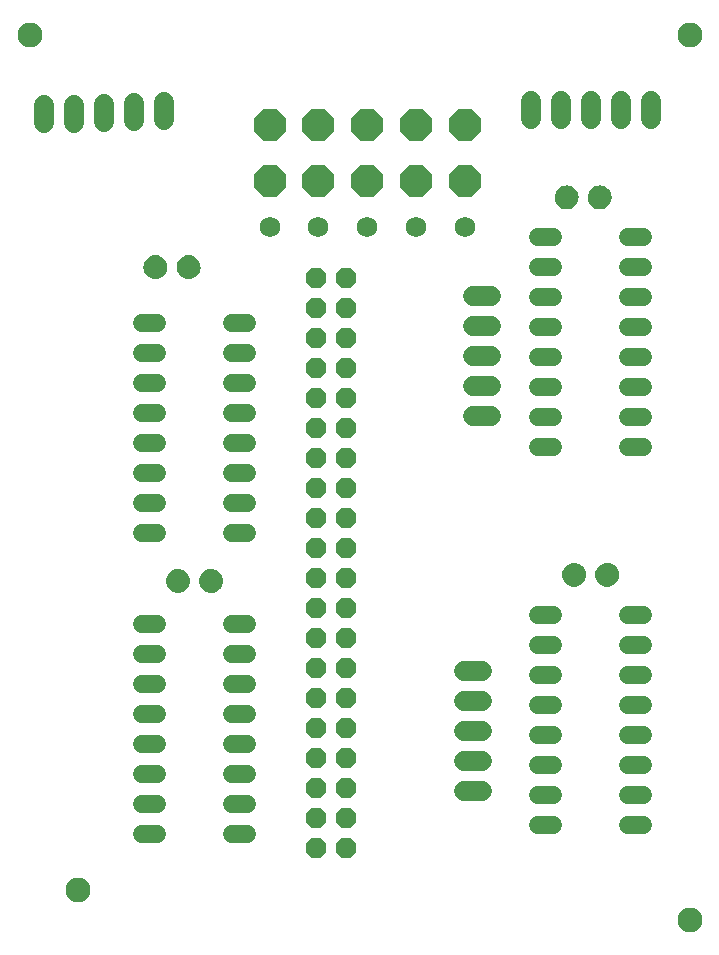
<source format=gbr>
G04 EAGLE Gerber RS-274X export*
G75*
%MOMM*%
%FSLAX34Y34*%
%LPD*%
%INSoldermask Bottom*%
%IPPOS*%
%AMOC8*
5,1,8,0,0,1.08239X$1,22.5*%
G01*
%ADD10C,2.108200*%
%ADD11C,1.727200*%
%ADD12C,1.727200*%
%ADD13P,1.869504X8X292.500000*%
%ADD14C,1.524000*%
%ADD15P,2.969212X8X22.500000*%
%ADD16P,2.969212X8X112.500000*%

G36*
X547911Y652476D02*
X547911Y652476D01*
X547954Y652488D01*
X548020Y652496D01*
X549637Y652950D01*
X549678Y652970D01*
X549706Y652979D01*
X549716Y652980D01*
X549720Y652983D01*
X549741Y652989D01*
X551255Y653718D01*
X551291Y653744D01*
X551350Y653774D01*
X552715Y654754D01*
X552746Y654786D01*
X552799Y654826D01*
X553973Y656029D01*
X553998Y656066D01*
X554043Y656114D01*
X554990Y657502D01*
X555008Y657543D01*
X555044Y657598D01*
X555736Y659130D01*
X555747Y659173D01*
X555773Y659234D01*
X556188Y660862D01*
X556191Y660907D01*
X556206Y660971D01*
X556332Y662647D01*
X556328Y662694D01*
X556330Y662765D01*
X556125Y664601D01*
X556111Y664647D01*
X556099Y664723D01*
X555539Y666483D01*
X555516Y666526D01*
X555490Y666598D01*
X554597Y668215D01*
X554567Y668252D01*
X554527Y668317D01*
X553336Y669730D01*
X553299Y669760D01*
X553247Y669816D01*
X551803Y670969D01*
X551761Y670992D01*
X551699Y671037D01*
X550058Y671886D01*
X550012Y671900D01*
X549943Y671932D01*
X548168Y672445D01*
X548120Y672449D01*
X548045Y672467D01*
X546205Y672624D01*
X546161Y672620D01*
X546096Y672623D01*
X544265Y672464D01*
X544219Y672451D01*
X544143Y672441D01*
X542379Y671927D01*
X542335Y671905D01*
X542263Y671880D01*
X540633Y671032D01*
X540595Y671003D01*
X540529Y670964D01*
X539096Y669814D01*
X539064Y669777D01*
X539007Y669727D01*
X537826Y668319D01*
X537802Y668277D01*
X537756Y668216D01*
X537546Y667835D01*
X536872Y666605D01*
X536857Y666560D01*
X536823Y666491D01*
X536271Y664738D01*
X536265Y664690D01*
X536245Y664616D01*
X536046Y662790D01*
X536049Y662744D01*
X536043Y662675D01*
X536166Y660998D01*
X536177Y660955D01*
X536183Y660889D01*
X536595Y659260D01*
X536613Y659219D01*
X536631Y659155D01*
X537319Y657622D01*
X537344Y657585D01*
X537373Y657526D01*
X538317Y656135D01*
X538348Y656103D01*
X538386Y656050D01*
X539557Y654844D01*
X539594Y654818D01*
X539641Y654772D01*
X541003Y653788D01*
X541044Y653769D01*
X541098Y653731D01*
X542611Y652999D01*
X542654Y652987D01*
X542665Y652982D01*
X542692Y652968D01*
X542697Y652968D01*
X542714Y652960D01*
X544331Y652501D01*
X544376Y652497D01*
X544440Y652480D01*
X546112Y652310D01*
X546160Y652313D01*
X546239Y652310D01*
X547911Y652476D01*
G37*
G36*
X519920Y652476D02*
X519920Y652476D01*
X519963Y652488D01*
X520029Y652496D01*
X521646Y652950D01*
X521687Y652970D01*
X521715Y652979D01*
X521725Y652980D01*
X521729Y652983D01*
X521750Y652989D01*
X523264Y653718D01*
X523300Y653744D01*
X523359Y653774D01*
X524724Y654754D01*
X524755Y654786D01*
X524808Y654826D01*
X525982Y656029D01*
X526007Y656066D01*
X526052Y656114D01*
X526999Y657502D01*
X527017Y657543D01*
X527053Y657598D01*
X527745Y659130D01*
X527756Y659173D01*
X527782Y659234D01*
X528197Y660862D01*
X528200Y660907D01*
X528215Y660971D01*
X528341Y662647D01*
X528337Y662694D01*
X528339Y662765D01*
X528134Y664601D01*
X528120Y664647D01*
X528108Y664723D01*
X527548Y666483D01*
X527525Y666526D01*
X527499Y666598D01*
X526606Y668215D01*
X526576Y668252D01*
X526536Y668317D01*
X525345Y669730D01*
X525308Y669760D01*
X525256Y669816D01*
X523812Y670969D01*
X523770Y670992D01*
X523708Y671037D01*
X522067Y671886D01*
X522021Y671900D01*
X521952Y671932D01*
X520177Y672445D01*
X520129Y672449D01*
X520054Y672467D01*
X518214Y672624D01*
X518170Y672620D01*
X518105Y672623D01*
X516274Y672464D01*
X516228Y672451D01*
X516152Y672441D01*
X514388Y671927D01*
X514344Y671905D01*
X514272Y671880D01*
X512642Y671032D01*
X512604Y671003D01*
X512538Y670964D01*
X511105Y669814D01*
X511073Y669777D01*
X511016Y669727D01*
X509835Y668319D01*
X509811Y668277D01*
X509765Y668216D01*
X509555Y667835D01*
X508881Y666605D01*
X508866Y666560D01*
X508832Y666491D01*
X508280Y664738D01*
X508274Y664690D01*
X508254Y664616D01*
X508055Y662790D01*
X508058Y662744D01*
X508052Y662675D01*
X508175Y660998D01*
X508186Y660955D01*
X508192Y660889D01*
X508604Y659260D01*
X508622Y659219D01*
X508640Y659155D01*
X509328Y657622D01*
X509353Y657585D01*
X509382Y657526D01*
X510326Y656135D01*
X510357Y656103D01*
X510395Y656050D01*
X511566Y654844D01*
X511603Y654818D01*
X511650Y654772D01*
X513012Y653788D01*
X513053Y653769D01*
X513107Y653731D01*
X514620Y652999D01*
X514663Y652987D01*
X514674Y652982D01*
X514701Y652968D01*
X514706Y652968D01*
X514723Y652960D01*
X516340Y652501D01*
X516385Y652497D01*
X516449Y652480D01*
X518121Y652310D01*
X518169Y652313D01*
X518248Y652310D01*
X519920Y652476D01*
G37*
G36*
X526270Y332859D02*
X526270Y332859D01*
X526313Y332871D01*
X526379Y332880D01*
X527996Y333334D01*
X528037Y333353D01*
X528065Y333362D01*
X528075Y333364D01*
X528079Y333366D01*
X528100Y333373D01*
X529614Y334101D01*
X529650Y334127D01*
X529709Y334157D01*
X531074Y335138D01*
X531105Y335170D01*
X531158Y335210D01*
X532332Y336412D01*
X532357Y336449D01*
X532402Y336497D01*
X533349Y337885D01*
X533367Y337926D01*
X533403Y337982D01*
X534095Y339513D01*
X534106Y339556D01*
X534132Y339617D01*
X534547Y341246D01*
X534550Y341290D01*
X534565Y341355D01*
X534691Y343030D01*
X534687Y343077D01*
X534689Y343149D01*
X534484Y344985D01*
X534470Y345031D01*
X534458Y345106D01*
X533898Y346867D01*
X533875Y346909D01*
X533849Y346981D01*
X532956Y348598D01*
X532926Y348636D01*
X532886Y348701D01*
X531695Y350113D01*
X531658Y350144D01*
X531606Y350200D01*
X530162Y351353D01*
X530120Y351376D01*
X530058Y351420D01*
X528417Y352269D01*
X528371Y352284D01*
X528302Y352315D01*
X526527Y352828D01*
X526479Y352833D01*
X526404Y352851D01*
X524564Y353007D01*
X524520Y353003D01*
X524455Y353007D01*
X522624Y352847D01*
X522578Y352834D01*
X522502Y352824D01*
X520738Y352310D01*
X520694Y352289D01*
X520622Y352264D01*
X518992Y351415D01*
X518954Y351386D01*
X518888Y351347D01*
X517455Y350197D01*
X517423Y350161D01*
X517366Y350110D01*
X516185Y348702D01*
X516161Y348661D01*
X516115Y348600D01*
X515905Y348218D01*
X515231Y346988D01*
X515216Y346943D01*
X515182Y346874D01*
X514630Y345121D01*
X514624Y345074D01*
X514604Y345000D01*
X514405Y343173D01*
X514408Y343127D01*
X514402Y343058D01*
X514525Y341382D01*
X514536Y341339D01*
X514542Y341273D01*
X514954Y339643D01*
X514972Y339603D01*
X514990Y339539D01*
X515678Y338006D01*
X515703Y337969D01*
X515732Y337909D01*
X516676Y336519D01*
X516707Y336487D01*
X516745Y336433D01*
X517916Y335227D01*
X517953Y335201D01*
X518000Y335155D01*
X519362Y334171D01*
X519403Y334152D01*
X519457Y334115D01*
X520970Y333382D01*
X521013Y333370D01*
X521024Y333365D01*
X521051Y333352D01*
X521056Y333351D01*
X521073Y333343D01*
X522690Y332885D01*
X522735Y332880D01*
X522799Y332864D01*
X524471Y332693D01*
X524519Y332697D01*
X524598Y332693D01*
X526270Y332859D01*
G37*
G36*
X554261Y332859D02*
X554261Y332859D01*
X554304Y332871D01*
X554370Y332880D01*
X555987Y333334D01*
X556028Y333353D01*
X556056Y333362D01*
X556066Y333364D01*
X556070Y333366D01*
X556091Y333373D01*
X557605Y334101D01*
X557641Y334127D01*
X557700Y334157D01*
X559065Y335138D01*
X559096Y335170D01*
X559149Y335210D01*
X560323Y336412D01*
X560348Y336449D01*
X560393Y336497D01*
X561340Y337885D01*
X561358Y337926D01*
X561394Y337982D01*
X562086Y339513D01*
X562097Y339556D01*
X562123Y339617D01*
X562538Y341246D01*
X562541Y341290D01*
X562556Y341355D01*
X562682Y343030D01*
X562678Y343077D01*
X562680Y343149D01*
X562475Y344985D01*
X562461Y345031D01*
X562449Y345106D01*
X561889Y346867D01*
X561866Y346909D01*
X561840Y346981D01*
X560947Y348598D01*
X560917Y348636D01*
X560877Y348701D01*
X559686Y350113D01*
X559649Y350144D01*
X559597Y350200D01*
X558153Y351353D01*
X558111Y351376D01*
X558049Y351420D01*
X556408Y352269D01*
X556362Y352284D01*
X556293Y352315D01*
X554518Y352828D01*
X554470Y352833D01*
X554395Y352851D01*
X552555Y353007D01*
X552511Y353003D01*
X552446Y353007D01*
X550615Y352847D01*
X550569Y352834D01*
X550493Y352824D01*
X548729Y352310D01*
X548685Y352289D01*
X548613Y352264D01*
X546983Y351415D01*
X546945Y351386D01*
X546879Y351347D01*
X545446Y350197D01*
X545414Y350161D01*
X545357Y350110D01*
X544176Y348702D01*
X544152Y348661D01*
X544106Y348600D01*
X543896Y348218D01*
X543222Y346988D01*
X543207Y346943D01*
X543173Y346874D01*
X542621Y345121D01*
X542615Y345074D01*
X542595Y345000D01*
X542396Y343173D01*
X542399Y343127D01*
X542393Y343058D01*
X542516Y341382D01*
X542527Y341339D01*
X542533Y341273D01*
X542945Y339643D01*
X542963Y339603D01*
X542981Y339539D01*
X543669Y338006D01*
X543694Y337969D01*
X543723Y337909D01*
X544667Y336519D01*
X544698Y336487D01*
X544736Y336433D01*
X545907Y335227D01*
X545944Y335201D01*
X545991Y335155D01*
X547353Y334171D01*
X547394Y334152D01*
X547448Y334115D01*
X548961Y333382D01*
X549004Y333370D01*
X549015Y333365D01*
X549042Y333352D01*
X549047Y333351D01*
X549064Y333343D01*
X550681Y332885D01*
X550726Y332880D01*
X550790Y332864D01*
X552462Y332693D01*
X552510Y332697D01*
X552589Y332693D01*
X554261Y332859D01*
G37*
G36*
X170119Y593147D02*
X170119Y593147D01*
X170184Y593143D01*
X172015Y593303D01*
X172061Y593316D01*
X172137Y593326D01*
X173901Y593840D01*
X173945Y593861D01*
X174017Y593886D01*
X175647Y594735D01*
X175685Y594764D01*
X175751Y594803D01*
X177184Y595953D01*
X177216Y595989D01*
X177273Y596040D01*
X178454Y597448D01*
X178478Y597489D01*
X178524Y597550D01*
X179069Y598543D01*
X179408Y599162D01*
X179423Y599207D01*
X179457Y599276D01*
X180009Y601029D01*
X180015Y601076D01*
X180035Y601150D01*
X180235Y602977D01*
X180231Y603023D01*
X180237Y603092D01*
X180114Y604768D01*
X180103Y604811D01*
X180097Y604877D01*
X179686Y606507D01*
X179667Y606547D01*
X179649Y606611D01*
X178961Y608144D01*
X178936Y608181D01*
X178907Y608241D01*
X177963Y609631D01*
X177932Y609663D01*
X177894Y609717D01*
X176723Y610923D01*
X176687Y610949D01*
X176639Y610995D01*
X175277Y611979D01*
X175236Y611998D01*
X175182Y612035D01*
X173669Y612768D01*
X173626Y612780D01*
X173566Y612807D01*
X171949Y613265D01*
X171904Y613270D01*
X171840Y613286D01*
X170168Y613457D01*
X170120Y613453D01*
X170041Y613457D01*
X168369Y613291D01*
X168326Y613279D01*
X168261Y613270D01*
X166643Y612816D01*
X166602Y612797D01*
X166539Y612777D01*
X165025Y612049D01*
X164989Y612023D01*
X164930Y611993D01*
X163565Y611012D01*
X163534Y610980D01*
X163481Y610940D01*
X162307Y609738D01*
X162282Y609701D01*
X162237Y609653D01*
X161290Y608265D01*
X161272Y608224D01*
X161236Y608168D01*
X160544Y606637D01*
X160533Y606594D01*
X160507Y606533D01*
X160092Y604904D01*
X160089Y604860D01*
X160074Y604795D01*
X159948Y603120D01*
X159952Y603073D01*
X159950Y603001D01*
X160155Y601166D01*
X160169Y601119D01*
X160181Y601044D01*
X160741Y599283D01*
X160764Y599241D01*
X160790Y599169D01*
X161683Y597552D01*
X161713Y597514D01*
X161753Y597449D01*
X162944Y596037D01*
X162981Y596006D01*
X163033Y595950D01*
X164477Y594797D01*
X164519Y594775D01*
X164581Y594730D01*
X166222Y593881D01*
X166268Y593867D01*
X166337Y593835D01*
X168112Y593322D01*
X168160Y593317D01*
X168235Y593300D01*
X170075Y593143D01*
X170119Y593147D01*
G37*
G36*
X198110Y593147D02*
X198110Y593147D01*
X198175Y593143D01*
X200006Y593303D01*
X200052Y593316D01*
X200128Y593326D01*
X201892Y593840D01*
X201936Y593861D01*
X202008Y593886D01*
X203638Y594735D01*
X203676Y594764D01*
X203742Y594803D01*
X205175Y595953D01*
X205207Y595989D01*
X205264Y596040D01*
X206445Y597448D01*
X206469Y597489D01*
X206515Y597550D01*
X207060Y598543D01*
X207399Y599162D01*
X207414Y599207D01*
X207448Y599276D01*
X208000Y601029D01*
X208006Y601076D01*
X208026Y601150D01*
X208226Y602977D01*
X208222Y603023D01*
X208228Y603092D01*
X208105Y604768D01*
X208094Y604811D01*
X208088Y604877D01*
X207677Y606507D01*
X207658Y606547D01*
X207640Y606611D01*
X206952Y608144D01*
X206927Y608181D01*
X206898Y608241D01*
X205954Y609631D01*
X205923Y609663D01*
X205885Y609717D01*
X204714Y610923D01*
X204678Y610949D01*
X204630Y610995D01*
X203268Y611979D01*
X203227Y611998D01*
X203173Y612035D01*
X201660Y612768D01*
X201617Y612780D01*
X201557Y612807D01*
X199940Y613265D01*
X199895Y613270D01*
X199831Y613286D01*
X198159Y613457D01*
X198111Y613453D01*
X198032Y613457D01*
X196360Y613291D01*
X196317Y613279D01*
X196252Y613270D01*
X194634Y612816D01*
X194593Y612797D01*
X194530Y612777D01*
X193016Y612049D01*
X192980Y612023D01*
X192921Y611993D01*
X191556Y611012D01*
X191525Y610980D01*
X191472Y610940D01*
X190298Y609738D01*
X190273Y609701D01*
X190228Y609653D01*
X189281Y608265D01*
X189263Y608224D01*
X189227Y608168D01*
X188535Y606637D01*
X188524Y606594D01*
X188498Y606533D01*
X188083Y604904D01*
X188080Y604860D01*
X188065Y604795D01*
X187939Y603120D01*
X187943Y603073D01*
X187941Y603001D01*
X188146Y601166D01*
X188160Y601119D01*
X188172Y601044D01*
X188732Y599283D01*
X188755Y599241D01*
X188781Y599169D01*
X189674Y597552D01*
X189704Y597514D01*
X189744Y597449D01*
X190935Y596037D01*
X190972Y596006D01*
X191024Y595950D01*
X192468Y594797D01*
X192510Y594775D01*
X192572Y594730D01*
X194213Y593881D01*
X194259Y593867D01*
X194328Y593835D01*
X196103Y593322D01*
X196151Y593317D01*
X196226Y593300D01*
X198066Y593143D01*
X198110Y593147D01*
G37*
G36*
X217160Y327717D02*
X217160Y327717D01*
X217225Y327713D01*
X219056Y327873D01*
X219102Y327886D01*
X219178Y327896D01*
X220942Y328410D01*
X220986Y328431D01*
X221058Y328456D01*
X222688Y329305D01*
X222726Y329334D01*
X222792Y329373D01*
X224225Y330523D01*
X224257Y330559D01*
X224314Y330610D01*
X225495Y332018D01*
X225519Y332059D01*
X225565Y332120D01*
X226110Y333113D01*
X226449Y333732D01*
X226464Y333777D01*
X226498Y333846D01*
X227050Y335599D01*
X227056Y335646D01*
X227076Y335720D01*
X227276Y337547D01*
X227272Y337593D01*
X227278Y337662D01*
X227155Y339338D01*
X227144Y339381D01*
X227138Y339447D01*
X226727Y341077D01*
X226708Y341117D01*
X226690Y341181D01*
X226002Y342714D01*
X225977Y342751D01*
X225948Y342811D01*
X225004Y344201D01*
X224973Y344233D01*
X224935Y344287D01*
X223764Y345493D01*
X223728Y345519D01*
X223680Y345565D01*
X222318Y346549D01*
X222277Y346568D01*
X222223Y346605D01*
X220710Y347338D01*
X220667Y347350D01*
X220607Y347377D01*
X218990Y347835D01*
X218945Y347840D01*
X218881Y347856D01*
X217209Y348027D01*
X217161Y348023D01*
X217082Y348027D01*
X215410Y347861D01*
X215367Y347849D01*
X215302Y347840D01*
X213684Y347386D01*
X213643Y347367D01*
X213580Y347347D01*
X212066Y346619D01*
X212030Y346593D01*
X211971Y346563D01*
X210606Y345582D01*
X210575Y345550D01*
X210522Y345510D01*
X209348Y344308D01*
X209323Y344271D01*
X209278Y344223D01*
X208331Y342835D01*
X208313Y342794D01*
X208277Y342738D01*
X207585Y341207D01*
X207574Y341164D01*
X207548Y341103D01*
X207133Y339474D01*
X207130Y339430D01*
X207115Y339365D01*
X206989Y337690D01*
X206993Y337643D01*
X206991Y337571D01*
X207196Y335736D01*
X207210Y335689D01*
X207222Y335614D01*
X207782Y333853D01*
X207805Y333811D01*
X207831Y333739D01*
X208724Y332122D01*
X208754Y332084D01*
X208794Y332019D01*
X209985Y330607D01*
X210022Y330576D01*
X210074Y330520D01*
X211518Y329367D01*
X211560Y329345D01*
X211622Y329300D01*
X213263Y328451D01*
X213309Y328437D01*
X213378Y328405D01*
X215153Y327892D01*
X215201Y327887D01*
X215276Y327870D01*
X217116Y327713D01*
X217160Y327717D01*
G37*
G36*
X189169Y327717D02*
X189169Y327717D01*
X189234Y327713D01*
X191065Y327873D01*
X191111Y327886D01*
X191187Y327896D01*
X192951Y328410D01*
X192995Y328431D01*
X193067Y328456D01*
X194697Y329305D01*
X194735Y329334D01*
X194801Y329373D01*
X196234Y330523D01*
X196266Y330559D01*
X196323Y330610D01*
X197504Y332018D01*
X197528Y332059D01*
X197574Y332120D01*
X198119Y333113D01*
X198458Y333732D01*
X198473Y333777D01*
X198507Y333846D01*
X199059Y335599D01*
X199065Y335646D01*
X199085Y335720D01*
X199285Y337547D01*
X199281Y337593D01*
X199287Y337662D01*
X199164Y339338D01*
X199153Y339381D01*
X199147Y339447D01*
X198736Y341077D01*
X198717Y341117D01*
X198699Y341181D01*
X198011Y342714D01*
X197986Y342751D01*
X197957Y342811D01*
X197013Y344201D01*
X196982Y344233D01*
X196944Y344287D01*
X195773Y345493D01*
X195737Y345519D01*
X195689Y345565D01*
X194327Y346549D01*
X194286Y346568D01*
X194232Y346605D01*
X192719Y347338D01*
X192676Y347350D01*
X192616Y347377D01*
X190999Y347835D01*
X190954Y347840D01*
X190890Y347856D01*
X189218Y348027D01*
X189170Y348023D01*
X189091Y348027D01*
X187419Y347861D01*
X187376Y347849D01*
X187311Y347840D01*
X185693Y347386D01*
X185652Y347367D01*
X185589Y347347D01*
X184075Y346619D01*
X184039Y346593D01*
X183980Y346563D01*
X182615Y345582D01*
X182584Y345550D01*
X182531Y345510D01*
X181357Y344308D01*
X181332Y344271D01*
X181287Y344223D01*
X180340Y342835D01*
X180322Y342794D01*
X180286Y342738D01*
X179594Y341207D01*
X179583Y341164D01*
X179557Y341103D01*
X179142Y339474D01*
X179139Y339430D01*
X179124Y339365D01*
X178998Y337690D01*
X179002Y337643D01*
X179000Y337571D01*
X179205Y335736D01*
X179219Y335689D01*
X179231Y335614D01*
X179791Y333853D01*
X179814Y333811D01*
X179840Y333739D01*
X180733Y332122D01*
X180763Y332084D01*
X180803Y332019D01*
X181994Y330607D01*
X182031Y330576D01*
X182083Y330520D01*
X183527Y329367D01*
X183569Y329345D01*
X183631Y329300D01*
X185272Y328451D01*
X185318Y328437D01*
X185387Y328405D01*
X187162Y327892D01*
X187210Y327887D01*
X187285Y327870D01*
X189125Y327713D01*
X189169Y327717D01*
G37*
D10*
X63500Y800100D03*
X622300Y800100D03*
X104140Y76200D03*
X622300Y50800D03*
D11*
X266700Y637540D03*
X307975Y637540D03*
X349250Y637540D03*
X390525Y637540D03*
X431800Y637540D03*
D12*
X589915Y728980D02*
X589915Y744220D01*
X564515Y744220D02*
X564515Y728980D01*
X539115Y728980D02*
X539115Y744220D01*
X513715Y744220D02*
X513715Y728980D01*
X488315Y728980D02*
X488315Y744220D01*
X176964Y742919D02*
X177336Y727683D01*
X151944Y727063D02*
X151571Y742298D01*
X126179Y741678D02*
X126551Y726442D01*
X101159Y725822D02*
X100786Y741057D01*
X75394Y740437D02*
X75766Y725201D01*
X438785Y579120D02*
X454025Y579120D01*
X454025Y553720D02*
X438785Y553720D01*
X438785Y528320D02*
X454025Y528320D01*
X454025Y502920D02*
X438785Y502920D01*
X438785Y477520D02*
X454025Y477520D01*
X446405Y261620D02*
X431165Y261620D01*
X431165Y236220D02*
X446405Y236220D01*
X446405Y210820D02*
X431165Y210820D01*
X431165Y185420D02*
X446405Y185420D01*
X446405Y160020D02*
X431165Y160020D01*
D13*
X306070Y594360D03*
X331470Y594360D03*
X306070Y568960D03*
X331470Y568960D03*
X306070Y543560D03*
X331470Y543560D03*
X306070Y518160D03*
X331470Y518160D03*
X306070Y492760D03*
X331470Y492760D03*
X306070Y467360D03*
X331470Y467360D03*
X306070Y441960D03*
X331470Y441960D03*
X306070Y416560D03*
X331470Y416560D03*
X306070Y391160D03*
X331470Y391160D03*
X306070Y365760D03*
X331470Y365760D03*
X306070Y340360D03*
X331470Y340360D03*
X306070Y314960D03*
X331470Y314960D03*
X306070Y289560D03*
X331470Y289560D03*
X306070Y264160D03*
X331470Y264160D03*
X306070Y238760D03*
X331470Y238760D03*
X306070Y213360D03*
X331470Y213360D03*
X306070Y187960D03*
X331470Y187960D03*
X306070Y162560D03*
X331470Y162560D03*
X306070Y137160D03*
X331470Y137160D03*
X306070Y111760D03*
X331470Y111760D03*
D14*
X247904Y378460D02*
X234696Y378460D01*
X234696Y403860D02*
X247904Y403860D01*
X247904Y480060D02*
X234696Y480060D01*
X234696Y505460D02*
X247904Y505460D01*
X247904Y429260D02*
X234696Y429260D01*
X234696Y454660D02*
X247904Y454660D01*
X247904Y530860D02*
X234696Y530860D01*
X234696Y556260D02*
X247904Y556260D01*
X171704Y556260D02*
X158496Y556260D01*
X158496Y530860D02*
X171704Y530860D01*
X171704Y505460D02*
X158496Y505460D01*
X158496Y480060D02*
X171704Y480060D01*
X171704Y454660D02*
X158496Y454660D01*
X158496Y429260D02*
X171704Y429260D01*
X171704Y403860D02*
X158496Y403860D01*
X158496Y378460D02*
X171704Y378460D01*
X234696Y123190D02*
X247904Y123190D01*
X247904Y148590D02*
X234696Y148590D01*
X234696Y224790D02*
X247904Y224790D01*
X247904Y250190D02*
X234696Y250190D01*
X234696Y173990D02*
X247904Y173990D01*
X247904Y199390D02*
X234696Y199390D01*
X234696Y275590D02*
X247904Y275590D01*
X247904Y300990D02*
X234696Y300990D01*
X171704Y300990D02*
X158496Y300990D01*
X158496Y275590D02*
X171704Y275590D01*
X171704Y250190D02*
X158496Y250190D01*
X158496Y224790D02*
X171704Y224790D01*
X171704Y199390D02*
X158496Y199390D01*
X158496Y173990D02*
X171704Y173990D01*
X171704Y148590D02*
X158496Y148590D01*
X158496Y123190D02*
X171704Y123190D01*
X569976Y131233D02*
X583184Y131233D01*
X583184Y156633D02*
X569976Y156633D01*
X569976Y232833D02*
X583184Y232833D01*
X583184Y258233D02*
X569976Y258233D01*
X569976Y182033D02*
X583184Y182033D01*
X583184Y207433D02*
X569976Y207433D01*
X569976Y283633D02*
X583184Y283633D01*
X583184Y309033D02*
X569976Y309033D01*
X506984Y309033D02*
X493776Y309033D01*
X493776Y283633D02*
X506984Y283633D01*
X506984Y258233D02*
X493776Y258233D01*
X493776Y232833D02*
X506984Y232833D01*
X506984Y207433D02*
X493776Y207433D01*
X493776Y182033D02*
X506984Y182033D01*
X506984Y156633D02*
X493776Y156633D01*
X493776Y131233D02*
X506984Y131233D01*
X569976Y450850D02*
X583184Y450850D01*
X583184Y476250D02*
X569976Y476250D01*
X569976Y552450D02*
X583184Y552450D01*
X583184Y577850D02*
X569976Y577850D01*
X569976Y501650D02*
X583184Y501650D01*
X583184Y527050D02*
X569976Y527050D01*
X569976Y603250D02*
X583184Y603250D01*
X583184Y628650D02*
X569976Y628650D01*
X506984Y628650D02*
X493776Y628650D01*
X493776Y603250D02*
X506984Y603250D01*
X506984Y577850D02*
X493776Y577850D01*
X493776Y552450D02*
X506984Y552450D01*
X506984Y527050D02*
X493776Y527050D01*
X493776Y501650D02*
X506984Y501650D01*
X506984Y476250D02*
X493776Y476250D01*
X493776Y450850D02*
X506984Y450850D01*
D15*
X349250Y723900D03*
X431800Y723900D03*
X390525Y676275D03*
X266700Y676275D03*
X307975Y676275D03*
X307975Y723900D03*
D16*
X431800Y676275D03*
D15*
X349250Y676275D03*
X390525Y723900D03*
X266700Y723900D03*
M02*

</source>
